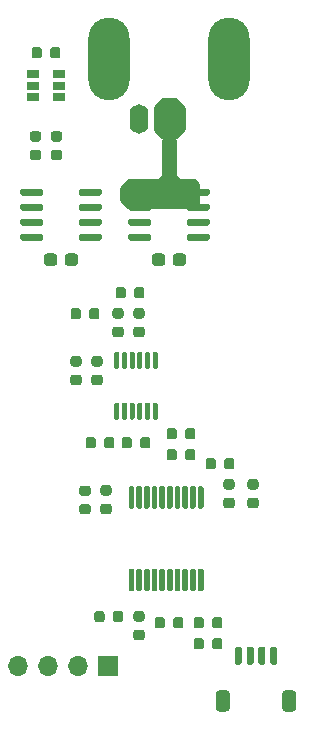
<source format=gts>
%TF.GenerationSoftware,KiCad,Pcbnew,(5.1.10)-1*%
%TF.CreationDate,2021-06-07T23:37:25-05:00*%
%TF.ProjectId,phMeter,70684d65-7465-4722-9e6b-696361645f70,rev?*%
%TF.SameCoordinates,Original*%
%TF.FileFunction,Soldermask,Top*%
%TF.FilePolarity,Negative*%
%FSLAX46Y46*%
G04 Gerber Fmt 4.6, Leading zero omitted, Abs format (unit mm)*
G04 Created by KiCad (PCBNEW (5.1.10)-1) date 2021-06-07 23:37:25*
%MOMM*%
%LPD*%
G01*
G04 APERTURE LIST*
%ADD10R,1.700000X1.700000*%
%ADD11O,1.700000X1.700000*%
%ADD12O,3.500000X7.000000*%
%ADD13O,1.600000X2.500000*%
%ADD14R,1.060000X0.650000*%
%ADD15C,0.254000*%
%ADD16C,0.100000*%
G04 APERTURE END LIST*
D10*
%TO.C,J3*%
X146177000Y-132969000D03*
D11*
X143637000Y-132969000D03*
X141097000Y-132969000D03*
X138557000Y-132969000D03*
%TD*%
D12*
%TO.C,J1*%
X146304000Y-81534000D03*
X156464000Y-81534000D03*
D13*
X151384000Y-86614000D03*
X148844000Y-86614000D03*
%TD*%
%TO.C,C5*%
G36*
G01*
X147732000Y-101089750D02*
X147732000Y-101602250D01*
G75*
G02*
X147513250Y-101821000I-218750J0D01*
G01*
X147075750Y-101821000D01*
G75*
G02*
X146857000Y-101602250I0J218750D01*
G01*
X146857000Y-101089750D01*
G75*
G02*
X147075750Y-100871000I218750J0D01*
G01*
X147513250Y-100871000D01*
G75*
G02*
X147732000Y-101089750I0J-218750D01*
G01*
G37*
G36*
G01*
X149307000Y-101089750D02*
X149307000Y-101602250D01*
G75*
G02*
X149088250Y-101821000I-218750J0D01*
G01*
X148650750Y-101821000D01*
G75*
G02*
X148432000Y-101602250I0J218750D01*
G01*
X148432000Y-101089750D01*
G75*
G02*
X148650750Y-100871000I218750J0D01*
G01*
X149088250Y-100871000D01*
G75*
G02*
X149307000Y-101089750I0J-218750D01*
G01*
G37*
%TD*%
%TO.C,C1*%
G36*
G01*
X146767000Y-113789750D02*
X146767000Y-114302250D01*
G75*
G02*
X146548250Y-114521000I-218750J0D01*
G01*
X146110750Y-114521000D01*
G75*
G02*
X145892000Y-114302250I0J218750D01*
G01*
X145892000Y-113789750D01*
G75*
G02*
X146110750Y-113571000I218750J0D01*
G01*
X146548250Y-113571000D01*
G75*
G02*
X146767000Y-113789750I0J-218750D01*
G01*
G37*
G36*
G01*
X145192000Y-113789750D02*
X145192000Y-114302250D01*
G75*
G02*
X144973250Y-114521000I-218750J0D01*
G01*
X144535750Y-114521000D01*
G75*
G02*
X144317000Y-114302250I0J218750D01*
G01*
X144317000Y-113789750D01*
G75*
G02*
X144535750Y-113571000I218750J0D01*
G01*
X144973250Y-113571000D01*
G75*
G02*
X145192000Y-113789750I0J-218750D01*
G01*
G37*
%TD*%
%TO.C,C2*%
G36*
G01*
X145031750Y-106725000D02*
X145544250Y-106725000D01*
G75*
G02*
X145763000Y-106943750I0J-218750D01*
G01*
X145763000Y-107381250D01*
G75*
G02*
X145544250Y-107600000I-218750J0D01*
G01*
X145031750Y-107600000D01*
G75*
G02*
X144813000Y-107381250I0J218750D01*
G01*
X144813000Y-106943750D01*
G75*
G02*
X145031750Y-106725000I218750J0D01*
G01*
G37*
G36*
G01*
X145031750Y-108300000D02*
X145544250Y-108300000D01*
G75*
G02*
X145763000Y-108518750I0J-218750D01*
G01*
X145763000Y-108956250D01*
G75*
G02*
X145544250Y-109175000I-218750J0D01*
G01*
X145031750Y-109175000D01*
G75*
G02*
X144813000Y-108956250I0J218750D01*
G01*
X144813000Y-108518750D01*
G75*
G02*
X145031750Y-108300000I218750J0D01*
G01*
G37*
%TD*%
%TO.C,C3*%
G36*
G01*
X143253750Y-108300000D02*
X143766250Y-108300000D01*
G75*
G02*
X143985000Y-108518750I0J-218750D01*
G01*
X143985000Y-108956250D01*
G75*
G02*
X143766250Y-109175000I-218750J0D01*
G01*
X143253750Y-109175000D01*
G75*
G02*
X143035000Y-108956250I0J218750D01*
G01*
X143035000Y-108518750D01*
G75*
G02*
X143253750Y-108300000I218750J0D01*
G01*
G37*
G36*
G01*
X143253750Y-106725000D02*
X143766250Y-106725000D01*
G75*
G02*
X143985000Y-106943750I0J-218750D01*
G01*
X143985000Y-107381250D01*
G75*
G02*
X143766250Y-107600000I-218750J0D01*
G01*
X143253750Y-107600000D01*
G75*
G02*
X143035000Y-107381250I0J218750D01*
G01*
X143035000Y-106943750D01*
G75*
G02*
X143253750Y-106725000I218750J0D01*
G01*
G37*
%TD*%
%TO.C,C4*%
G36*
G01*
X148940000Y-114302250D02*
X148940000Y-113789750D01*
G75*
G02*
X149158750Y-113571000I218750J0D01*
G01*
X149596250Y-113571000D01*
G75*
G02*
X149815000Y-113789750I0J-218750D01*
G01*
X149815000Y-114302250D01*
G75*
G02*
X149596250Y-114521000I-218750J0D01*
G01*
X149158750Y-114521000D01*
G75*
G02*
X148940000Y-114302250I0J218750D01*
G01*
G37*
G36*
G01*
X147365000Y-114302250D02*
X147365000Y-113789750D01*
G75*
G02*
X147583750Y-113571000I218750J0D01*
G01*
X148021250Y-113571000D01*
G75*
G02*
X148240000Y-113789750I0J-218750D01*
G01*
X148240000Y-114302250D01*
G75*
G02*
X148021250Y-114521000I-218750J0D01*
G01*
X147583750Y-114521000D01*
G75*
G02*
X147365000Y-114302250I0J218750D01*
G01*
G37*
%TD*%
%TO.C,C8*%
G36*
G01*
X156052000Y-116080250D02*
X156052000Y-115567750D01*
G75*
G02*
X156270750Y-115349000I218750J0D01*
G01*
X156708250Y-115349000D01*
G75*
G02*
X156927000Y-115567750I0J-218750D01*
G01*
X156927000Y-116080250D01*
G75*
G02*
X156708250Y-116299000I-218750J0D01*
G01*
X156270750Y-116299000D01*
G75*
G02*
X156052000Y-116080250I0J218750D01*
G01*
G37*
G36*
G01*
X154477000Y-116080250D02*
X154477000Y-115567750D01*
G75*
G02*
X154695750Y-115349000I218750J0D01*
G01*
X155133250Y-115349000D01*
G75*
G02*
X155352000Y-115567750I0J-218750D01*
G01*
X155352000Y-116080250D01*
G75*
G02*
X155133250Y-116299000I-218750J0D01*
G01*
X154695750Y-116299000D01*
G75*
G02*
X154477000Y-116080250I0J218750D01*
G01*
G37*
%TD*%
%TO.C,C9*%
G36*
G01*
X144528250Y-120122500D02*
X144015750Y-120122500D01*
G75*
G02*
X143797000Y-119903750I0J218750D01*
G01*
X143797000Y-119466250D01*
G75*
G02*
X144015750Y-119247500I218750J0D01*
G01*
X144528250Y-119247500D01*
G75*
G02*
X144747000Y-119466250I0J-218750D01*
G01*
X144747000Y-119903750D01*
G75*
G02*
X144528250Y-120122500I-218750J0D01*
G01*
G37*
G36*
G01*
X144528250Y-118547500D02*
X144015750Y-118547500D01*
G75*
G02*
X143797000Y-118328750I0J218750D01*
G01*
X143797000Y-117891250D01*
G75*
G02*
X144015750Y-117672500I218750J0D01*
G01*
X144528250Y-117672500D01*
G75*
G02*
X144747000Y-117891250I0J-218750D01*
G01*
X144747000Y-118328750D01*
G75*
G02*
X144528250Y-118547500I-218750J0D01*
G01*
G37*
%TD*%
%TO.C,C10*%
G36*
G01*
X146306250Y-118522000D02*
X145793750Y-118522000D01*
G75*
G02*
X145575000Y-118303250I0J218750D01*
G01*
X145575000Y-117865750D01*
G75*
G02*
X145793750Y-117647000I218750J0D01*
G01*
X146306250Y-117647000D01*
G75*
G02*
X146525000Y-117865750I0J-218750D01*
G01*
X146525000Y-118303250D01*
G75*
G02*
X146306250Y-118522000I-218750J0D01*
G01*
G37*
G36*
G01*
X146306250Y-120097000D02*
X145793750Y-120097000D01*
G75*
G02*
X145575000Y-119878250I0J218750D01*
G01*
X145575000Y-119440750D01*
G75*
G02*
X145793750Y-119222000I218750J0D01*
G01*
X146306250Y-119222000D01*
G75*
G02*
X146525000Y-119440750I0J-218750D01*
G01*
X146525000Y-119878250D01*
G75*
G02*
X146306250Y-120097000I-218750J0D01*
G01*
G37*
%TD*%
%TO.C,C11*%
G36*
G01*
X150159000Y-129542250D02*
X150159000Y-129029750D01*
G75*
G02*
X150377750Y-128811000I218750J0D01*
G01*
X150815250Y-128811000D01*
G75*
G02*
X151034000Y-129029750I0J-218750D01*
G01*
X151034000Y-129542250D01*
G75*
G02*
X150815250Y-129761000I-218750J0D01*
G01*
X150377750Y-129761000D01*
G75*
G02*
X150159000Y-129542250I0J218750D01*
G01*
G37*
G36*
G01*
X151734000Y-129542250D02*
X151734000Y-129029750D01*
G75*
G02*
X151952750Y-128811000I218750J0D01*
G01*
X152390250Y-128811000D01*
G75*
G02*
X152609000Y-129029750I0J-218750D01*
G01*
X152609000Y-129542250D01*
G75*
G02*
X152390250Y-129761000I-218750J0D01*
G01*
X151952750Y-129761000D01*
G75*
G02*
X151734000Y-129542250I0J218750D01*
G01*
G37*
%TD*%
%TO.C,C12*%
G36*
G01*
X155036000Y-129542250D02*
X155036000Y-129029750D01*
G75*
G02*
X155254750Y-128811000I218750J0D01*
G01*
X155692250Y-128811000D01*
G75*
G02*
X155911000Y-129029750I0J-218750D01*
G01*
X155911000Y-129542250D01*
G75*
G02*
X155692250Y-129761000I-218750J0D01*
G01*
X155254750Y-129761000D01*
G75*
G02*
X155036000Y-129542250I0J218750D01*
G01*
G37*
G36*
G01*
X153461000Y-129542250D02*
X153461000Y-129029750D01*
G75*
G02*
X153679750Y-128811000I218750J0D01*
G01*
X154117250Y-128811000D01*
G75*
G02*
X154336000Y-129029750I0J-218750D01*
G01*
X154336000Y-129542250D01*
G75*
G02*
X154117250Y-129761000I-218750J0D01*
G01*
X153679750Y-129761000D01*
G75*
G02*
X153461000Y-129542250I0J218750D01*
G01*
G37*
%TD*%
%TO.C,C13*%
G36*
G01*
X153461000Y-131320250D02*
X153461000Y-130807750D01*
G75*
G02*
X153679750Y-130589000I218750J0D01*
G01*
X154117250Y-130589000D01*
G75*
G02*
X154336000Y-130807750I0J-218750D01*
G01*
X154336000Y-131320250D01*
G75*
G02*
X154117250Y-131539000I-218750J0D01*
G01*
X153679750Y-131539000D01*
G75*
G02*
X153461000Y-131320250I0J218750D01*
G01*
G37*
G36*
G01*
X155036000Y-131320250D02*
X155036000Y-130807750D01*
G75*
G02*
X155254750Y-130589000I218750J0D01*
G01*
X155692250Y-130589000D01*
G75*
G02*
X155911000Y-130807750I0J-218750D01*
G01*
X155911000Y-131320250D01*
G75*
G02*
X155692250Y-131539000I-218750J0D01*
G01*
X155254750Y-131539000D01*
G75*
G02*
X155036000Y-131320250I0J218750D01*
G01*
G37*
%TD*%
%TO.C,C15*%
G36*
G01*
X139745000Y-81282250D02*
X139745000Y-80769750D01*
G75*
G02*
X139963750Y-80551000I218750J0D01*
G01*
X140401250Y-80551000D01*
G75*
G02*
X140620000Y-80769750I0J-218750D01*
G01*
X140620000Y-81282250D01*
G75*
G02*
X140401250Y-81501000I-218750J0D01*
G01*
X139963750Y-81501000D01*
G75*
G02*
X139745000Y-81282250I0J218750D01*
G01*
G37*
G36*
G01*
X141320000Y-81282250D02*
X141320000Y-80769750D01*
G75*
G02*
X141538750Y-80551000I218750J0D01*
G01*
X141976250Y-80551000D01*
G75*
G02*
X142195000Y-80769750I0J-218750D01*
G01*
X142195000Y-81282250D01*
G75*
G02*
X141976250Y-81501000I-218750J0D01*
G01*
X141538750Y-81501000D01*
G75*
G02*
X141320000Y-81282250I0J218750D01*
G01*
G37*
%TD*%
%TO.C,J2*%
G36*
G01*
X160550000Y-131455000D02*
X160550000Y-132705000D01*
G75*
G02*
X160400000Y-132855000I-150000J0D01*
G01*
X160100000Y-132855000D01*
G75*
G02*
X159950000Y-132705000I0J150000D01*
G01*
X159950000Y-131455000D01*
G75*
G02*
X160100000Y-131305000I150000J0D01*
G01*
X160400000Y-131305000D01*
G75*
G02*
X160550000Y-131455000I0J-150000D01*
G01*
G37*
G36*
G01*
X159550000Y-131455000D02*
X159550000Y-132705000D01*
G75*
G02*
X159400000Y-132855000I-150000J0D01*
G01*
X159100000Y-132855000D01*
G75*
G02*
X158950000Y-132705000I0J150000D01*
G01*
X158950000Y-131455000D01*
G75*
G02*
X159100000Y-131305000I150000J0D01*
G01*
X159400000Y-131305000D01*
G75*
G02*
X159550000Y-131455000I0J-150000D01*
G01*
G37*
G36*
G01*
X158550000Y-131455000D02*
X158550000Y-132705000D01*
G75*
G02*
X158400000Y-132855000I-150000J0D01*
G01*
X158100000Y-132855000D01*
G75*
G02*
X157950000Y-132705000I0J150000D01*
G01*
X157950000Y-131455000D01*
G75*
G02*
X158100000Y-131305000I150000J0D01*
G01*
X158400000Y-131305000D01*
G75*
G02*
X158550000Y-131455000I0J-150000D01*
G01*
G37*
G36*
G01*
X157550000Y-131455000D02*
X157550000Y-132705000D01*
G75*
G02*
X157400000Y-132855000I-150000J0D01*
G01*
X157100000Y-132855000D01*
G75*
G02*
X156950000Y-132705000I0J150000D01*
G01*
X156950000Y-131455000D01*
G75*
G02*
X157100000Y-131305000I150000J0D01*
G01*
X157400000Y-131305000D01*
G75*
G02*
X157550000Y-131455000I0J-150000D01*
G01*
G37*
G36*
G01*
X162150000Y-135305000D02*
X162150000Y-136505000D01*
G75*
G02*
X161850000Y-136805000I-300000J0D01*
G01*
X161250000Y-136805000D01*
G75*
G02*
X160950000Y-136505000I0J300000D01*
G01*
X160950000Y-135305000D01*
G75*
G02*
X161250000Y-135005000I300000J0D01*
G01*
X161850000Y-135005000D01*
G75*
G02*
X162150000Y-135305000I0J-300000D01*
G01*
G37*
G36*
G01*
X156550000Y-135305000D02*
X156550000Y-136505000D01*
G75*
G02*
X156250000Y-136805000I-300000J0D01*
G01*
X155650000Y-136805000D01*
G75*
G02*
X155350000Y-136505000I0J300000D01*
G01*
X155350000Y-135305000D01*
G75*
G02*
X155650000Y-135005000I300000J0D01*
G01*
X156250000Y-135005000D01*
G75*
G02*
X156550000Y-135305000I0J-300000D01*
G01*
G37*
%TD*%
%TO.C,R1*%
G36*
G01*
X152050000Y-113027750D02*
X152050000Y-113540250D01*
G75*
G02*
X151831250Y-113759000I-218750J0D01*
G01*
X151393750Y-113759000D01*
G75*
G02*
X151175000Y-113540250I0J218750D01*
G01*
X151175000Y-113027750D01*
G75*
G02*
X151393750Y-112809000I218750J0D01*
G01*
X151831250Y-112809000D01*
G75*
G02*
X152050000Y-113027750I0J-218750D01*
G01*
G37*
G36*
G01*
X153625000Y-113027750D02*
X153625000Y-113540250D01*
G75*
G02*
X153406250Y-113759000I-218750J0D01*
G01*
X152968750Y-113759000D01*
G75*
G02*
X152750000Y-113540250I0J218750D01*
G01*
X152750000Y-113027750D01*
G75*
G02*
X152968750Y-112809000I218750J0D01*
G01*
X153406250Y-112809000D01*
G75*
G02*
X153625000Y-113027750I0J-218750D01*
G01*
G37*
%TD*%
%TO.C,R2*%
G36*
G01*
X153625000Y-114805750D02*
X153625000Y-115318250D01*
G75*
G02*
X153406250Y-115537000I-218750J0D01*
G01*
X152968750Y-115537000D01*
G75*
G02*
X152750000Y-115318250I0J218750D01*
G01*
X152750000Y-114805750D01*
G75*
G02*
X152968750Y-114587000I218750J0D01*
G01*
X153406250Y-114587000D01*
G75*
G02*
X153625000Y-114805750I0J-218750D01*
G01*
G37*
G36*
G01*
X152050000Y-114805750D02*
X152050000Y-115318250D01*
G75*
G02*
X151831250Y-115537000I-218750J0D01*
G01*
X151393750Y-115537000D01*
G75*
G02*
X151175000Y-115318250I0J218750D01*
G01*
X151175000Y-114805750D01*
G75*
G02*
X151393750Y-114587000I218750J0D01*
G01*
X151831250Y-114587000D01*
G75*
G02*
X152050000Y-114805750I0J-218750D01*
G01*
G37*
%TD*%
%TO.C,R3*%
G36*
G01*
X149100250Y-105111000D02*
X148587750Y-105111000D01*
G75*
G02*
X148369000Y-104892250I0J218750D01*
G01*
X148369000Y-104454750D01*
G75*
G02*
X148587750Y-104236000I218750J0D01*
G01*
X149100250Y-104236000D01*
G75*
G02*
X149319000Y-104454750I0J-218750D01*
G01*
X149319000Y-104892250D01*
G75*
G02*
X149100250Y-105111000I-218750J0D01*
G01*
G37*
G36*
G01*
X149100250Y-103536000D02*
X148587750Y-103536000D01*
G75*
G02*
X148369000Y-103317250I0J218750D01*
G01*
X148369000Y-102879750D01*
G75*
G02*
X148587750Y-102661000I218750J0D01*
G01*
X149100250Y-102661000D01*
G75*
G02*
X149319000Y-102879750I0J-218750D01*
G01*
X149319000Y-103317250D01*
G75*
G02*
X149100250Y-103536000I-218750J0D01*
G01*
G37*
%TD*%
%TO.C,R5*%
G36*
G01*
X145053500Y-129034250D02*
X145053500Y-128521750D01*
G75*
G02*
X145272250Y-128303000I218750J0D01*
G01*
X145709750Y-128303000D01*
G75*
G02*
X145928500Y-128521750I0J-218750D01*
G01*
X145928500Y-129034250D01*
G75*
G02*
X145709750Y-129253000I-218750J0D01*
G01*
X145272250Y-129253000D01*
G75*
G02*
X145053500Y-129034250I0J218750D01*
G01*
G37*
G36*
G01*
X146628500Y-129034250D02*
X146628500Y-128521750D01*
G75*
G02*
X146847250Y-128303000I218750J0D01*
G01*
X147284750Y-128303000D01*
G75*
G02*
X147503500Y-128521750I0J-218750D01*
G01*
X147503500Y-129034250D01*
G75*
G02*
X147284750Y-129253000I-218750J0D01*
G01*
X146847250Y-129253000D01*
G75*
G02*
X146628500Y-129034250I0J218750D01*
G01*
G37*
%TD*%
%TO.C,R6*%
G36*
G01*
X149100250Y-129190000D02*
X148587750Y-129190000D01*
G75*
G02*
X148369000Y-128971250I0J218750D01*
G01*
X148369000Y-128533750D01*
G75*
G02*
X148587750Y-128315000I218750J0D01*
G01*
X149100250Y-128315000D01*
G75*
G02*
X149319000Y-128533750I0J-218750D01*
G01*
X149319000Y-128971250D01*
G75*
G02*
X149100250Y-129190000I-218750J0D01*
G01*
G37*
G36*
G01*
X149100250Y-130765000D02*
X148587750Y-130765000D01*
G75*
G02*
X148369000Y-130546250I0J218750D01*
G01*
X148369000Y-130108750D01*
G75*
G02*
X148587750Y-129890000I218750J0D01*
G01*
X149100250Y-129890000D01*
G75*
G02*
X149319000Y-130108750I0J-218750D01*
G01*
X149319000Y-130546250D01*
G75*
G02*
X149100250Y-130765000I-218750J0D01*
G01*
G37*
%TD*%
%TO.C,R7*%
G36*
G01*
X156207750Y-117139000D02*
X156720250Y-117139000D01*
G75*
G02*
X156939000Y-117357750I0J-218750D01*
G01*
X156939000Y-117795250D01*
G75*
G02*
X156720250Y-118014000I-218750J0D01*
G01*
X156207750Y-118014000D01*
G75*
G02*
X155989000Y-117795250I0J218750D01*
G01*
X155989000Y-117357750D01*
G75*
G02*
X156207750Y-117139000I218750J0D01*
G01*
G37*
G36*
G01*
X156207750Y-118714000D02*
X156720250Y-118714000D01*
G75*
G02*
X156939000Y-118932750I0J-218750D01*
G01*
X156939000Y-119370250D01*
G75*
G02*
X156720250Y-119589000I-218750J0D01*
G01*
X156207750Y-119589000D01*
G75*
G02*
X155989000Y-119370250I0J218750D01*
G01*
X155989000Y-118932750D01*
G75*
G02*
X156207750Y-118714000I218750J0D01*
G01*
G37*
%TD*%
%TO.C,R8*%
G36*
G01*
X158752250Y-118014000D02*
X158239750Y-118014000D01*
G75*
G02*
X158021000Y-117795250I0J218750D01*
G01*
X158021000Y-117357750D01*
G75*
G02*
X158239750Y-117139000I218750J0D01*
G01*
X158752250Y-117139000D01*
G75*
G02*
X158971000Y-117357750I0J-218750D01*
G01*
X158971000Y-117795250D01*
G75*
G02*
X158752250Y-118014000I-218750J0D01*
G01*
G37*
G36*
G01*
X158752250Y-119589000D02*
X158239750Y-119589000D01*
G75*
G02*
X158021000Y-119370250I0J218750D01*
G01*
X158021000Y-118932750D01*
G75*
G02*
X158239750Y-118714000I218750J0D01*
G01*
X158752250Y-118714000D01*
G75*
G02*
X158971000Y-118932750I0J-218750D01*
G01*
X158971000Y-119370250D01*
G75*
G02*
X158752250Y-119589000I-218750J0D01*
G01*
G37*
%TD*%
%TO.C,U2*%
G36*
G01*
X152884000Y-92987000D02*
X152884000Y-92687000D01*
G75*
G02*
X153034000Y-92537000I150000J0D01*
G01*
X154684000Y-92537000D01*
G75*
G02*
X154834000Y-92687000I0J-150000D01*
G01*
X154834000Y-92987000D01*
G75*
G02*
X154684000Y-93137000I-150000J0D01*
G01*
X153034000Y-93137000D01*
G75*
G02*
X152884000Y-92987000I0J150000D01*
G01*
G37*
G36*
G01*
X152884000Y-94257000D02*
X152884000Y-93957000D01*
G75*
G02*
X153034000Y-93807000I150000J0D01*
G01*
X154684000Y-93807000D01*
G75*
G02*
X154834000Y-93957000I0J-150000D01*
G01*
X154834000Y-94257000D01*
G75*
G02*
X154684000Y-94407000I-150000J0D01*
G01*
X153034000Y-94407000D01*
G75*
G02*
X152884000Y-94257000I0J150000D01*
G01*
G37*
G36*
G01*
X152884000Y-95527000D02*
X152884000Y-95227000D01*
G75*
G02*
X153034000Y-95077000I150000J0D01*
G01*
X154684000Y-95077000D01*
G75*
G02*
X154834000Y-95227000I0J-150000D01*
G01*
X154834000Y-95527000D01*
G75*
G02*
X154684000Y-95677000I-150000J0D01*
G01*
X153034000Y-95677000D01*
G75*
G02*
X152884000Y-95527000I0J150000D01*
G01*
G37*
G36*
G01*
X152884000Y-96797000D02*
X152884000Y-96497000D01*
G75*
G02*
X153034000Y-96347000I150000J0D01*
G01*
X154684000Y-96347000D01*
G75*
G02*
X154834000Y-96497000I0J-150000D01*
G01*
X154834000Y-96797000D01*
G75*
G02*
X154684000Y-96947000I-150000J0D01*
G01*
X153034000Y-96947000D01*
G75*
G02*
X152884000Y-96797000I0J150000D01*
G01*
G37*
G36*
G01*
X147934000Y-96797000D02*
X147934000Y-96497000D01*
G75*
G02*
X148084000Y-96347000I150000J0D01*
G01*
X149734000Y-96347000D01*
G75*
G02*
X149884000Y-96497000I0J-150000D01*
G01*
X149884000Y-96797000D01*
G75*
G02*
X149734000Y-96947000I-150000J0D01*
G01*
X148084000Y-96947000D01*
G75*
G02*
X147934000Y-96797000I0J150000D01*
G01*
G37*
G36*
G01*
X147934000Y-95527000D02*
X147934000Y-95227000D01*
G75*
G02*
X148084000Y-95077000I150000J0D01*
G01*
X149734000Y-95077000D01*
G75*
G02*
X149884000Y-95227000I0J-150000D01*
G01*
X149884000Y-95527000D01*
G75*
G02*
X149734000Y-95677000I-150000J0D01*
G01*
X148084000Y-95677000D01*
G75*
G02*
X147934000Y-95527000I0J150000D01*
G01*
G37*
G36*
G01*
X147934000Y-94257000D02*
X147934000Y-93957000D01*
G75*
G02*
X148084000Y-93807000I150000J0D01*
G01*
X149734000Y-93807000D01*
G75*
G02*
X149884000Y-93957000I0J-150000D01*
G01*
X149884000Y-94257000D01*
G75*
G02*
X149734000Y-94407000I-150000J0D01*
G01*
X148084000Y-94407000D01*
G75*
G02*
X147934000Y-94257000I0J150000D01*
G01*
G37*
G36*
G01*
X147934000Y-92987000D02*
X147934000Y-92687000D01*
G75*
G02*
X148084000Y-92537000I150000J0D01*
G01*
X149734000Y-92537000D01*
G75*
G02*
X149884000Y-92687000I0J-150000D01*
G01*
X149884000Y-92987000D01*
G75*
G02*
X149734000Y-93137000I-150000J0D01*
G01*
X148084000Y-93137000D01*
G75*
G02*
X147934000Y-92987000I0J150000D01*
G01*
G37*
%TD*%
%TO.C,U4*%
G36*
G01*
X138790000Y-92987000D02*
X138790000Y-92687000D01*
G75*
G02*
X138940000Y-92537000I150000J0D01*
G01*
X140590000Y-92537000D01*
G75*
G02*
X140740000Y-92687000I0J-150000D01*
G01*
X140740000Y-92987000D01*
G75*
G02*
X140590000Y-93137000I-150000J0D01*
G01*
X138940000Y-93137000D01*
G75*
G02*
X138790000Y-92987000I0J150000D01*
G01*
G37*
G36*
G01*
X138790000Y-94257000D02*
X138790000Y-93957000D01*
G75*
G02*
X138940000Y-93807000I150000J0D01*
G01*
X140590000Y-93807000D01*
G75*
G02*
X140740000Y-93957000I0J-150000D01*
G01*
X140740000Y-94257000D01*
G75*
G02*
X140590000Y-94407000I-150000J0D01*
G01*
X138940000Y-94407000D01*
G75*
G02*
X138790000Y-94257000I0J150000D01*
G01*
G37*
G36*
G01*
X138790000Y-95527000D02*
X138790000Y-95227000D01*
G75*
G02*
X138940000Y-95077000I150000J0D01*
G01*
X140590000Y-95077000D01*
G75*
G02*
X140740000Y-95227000I0J-150000D01*
G01*
X140740000Y-95527000D01*
G75*
G02*
X140590000Y-95677000I-150000J0D01*
G01*
X138940000Y-95677000D01*
G75*
G02*
X138790000Y-95527000I0J150000D01*
G01*
G37*
G36*
G01*
X138790000Y-96797000D02*
X138790000Y-96497000D01*
G75*
G02*
X138940000Y-96347000I150000J0D01*
G01*
X140590000Y-96347000D01*
G75*
G02*
X140740000Y-96497000I0J-150000D01*
G01*
X140740000Y-96797000D01*
G75*
G02*
X140590000Y-96947000I-150000J0D01*
G01*
X138940000Y-96947000D01*
G75*
G02*
X138790000Y-96797000I0J150000D01*
G01*
G37*
G36*
G01*
X143740000Y-96797000D02*
X143740000Y-96497000D01*
G75*
G02*
X143890000Y-96347000I150000J0D01*
G01*
X145540000Y-96347000D01*
G75*
G02*
X145690000Y-96497000I0J-150000D01*
G01*
X145690000Y-96797000D01*
G75*
G02*
X145540000Y-96947000I-150000J0D01*
G01*
X143890000Y-96947000D01*
G75*
G02*
X143740000Y-96797000I0J150000D01*
G01*
G37*
G36*
G01*
X143740000Y-95527000D02*
X143740000Y-95227000D01*
G75*
G02*
X143890000Y-95077000I150000J0D01*
G01*
X145540000Y-95077000D01*
G75*
G02*
X145690000Y-95227000I0J-150000D01*
G01*
X145690000Y-95527000D01*
G75*
G02*
X145540000Y-95677000I-150000J0D01*
G01*
X143890000Y-95677000D01*
G75*
G02*
X143740000Y-95527000I0J150000D01*
G01*
G37*
G36*
G01*
X143740000Y-94257000D02*
X143740000Y-93957000D01*
G75*
G02*
X143890000Y-93807000I150000J0D01*
G01*
X145540000Y-93807000D01*
G75*
G02*
X145690000Y-93957000I0J-150000D01*
G01*
X145690000Y-94257000D01*
G75*
G02*
X145540000Y-94407000I-150000J0D01*
G01*
X143890000Y-94407000D01*
G75*
G02*
X143740000Y-94257000I0J150000D01*
G01*
G37*
G36*
G01*
X143740000Y-92987000D02*
X143740000Y-92687000D01*
G75*
G02*
X143890000Y-92537000I150000J0D01*
G01*
X145540000Y-92537000D01*
G75*
G02*
X145690000Y-92687000I0J-150000D01*
G01*
X145690000Y-92987000D01*
G75*
G02*
X145540000Y-93137000I-150000J0D01*
G01*
X143890000Y-93137000D01*
G75*
G02*
X143740000Y-92987000I0J150000D01*
G01*
G37*
%TD*%
%TO.C,U3*%
G36*
G01*
X148330000Y-126624000D02*
X148080000Y-126624000D01*
G75*
G02*
X147955000Y-126499000I0J125000D01*
G01*
X147955000Y-124849000D01*
G75*
G02*
X148080000Y-124724000I125000J0D01*
G01*
X148330000Y-124724000D01*
G75*
G02*
X148455000Y-124849000I0J-125000D01*
G01*
X148455000Y-126499000D01*
G75*
G02*
X148330000Y-126624000I-125000J0D01*
G01*
G37*
G36*
G01*
X148980000Y-126624000D02*
X148730000Y-126624000D01*
G75*
G02*
X148605000Y-126499000I0J125000D01*
G01*
X148605000Y-124849000D01*
G75*
G02*
X148730000Y-124724000I125000J0D01*
G01*
X148980000Y-124724000D01*
G75*
G02*
X149105000Y-124849000I0J-125000D01*
G01*
X149105000Y-126499000D01*
G75*
G02*
X148980000Y-126624000I-125000J0D01*
G01*
G37*
G36*
G01*
X149630000Y-126624000D02*
X149380000Y-126624000D01*
G75*
G02*
X149255000Y-126499000I0J125000D01*
G01*
X149255000Y-124849000D01*
G75*
G02*
X149380000Y-124724000I125000J0D01*
G01*
X149630000Y-124724000D01*
G75*
G02*
X149755000Y-124849000I0J-125000D01*
G01*
X149755000Y-126499000D01*
G75*
G02*
X149630000Y-126624000I-125000J0D01*
G01*
G37*
G36*
G01*
X150280000Y-126624000D02*
X150030000Y-126624000D01*
G75*
G02*
X149905000Y-126499000I0J125000D01*
G01*
X149905000Y-124849000D01*
G75*
G02*
X150030000Y-124724000I125000J0D01*
G01*
X150280000Y-124724000D01*
G75*
G02*
X150405000Y-124849000I0J-125000D01*
G01*
X150405000Y-126499000D01*
G75*
G02*
X150280000Y-126624000I-125000J0D01*
G01*
G37*
G36*
G01*
X150930000Y-126624000D02*
X150680000Y-126624000D01*
G75*
G02*
X150555000Y-126499000I0J125000D01*
G01*
X150555000Y-124849000D01*
G75*
G02*
X150680000Y-124724000I125000J0D01*
G01*
X150930000Y-124724000D01*
G75*
G02*
X151055000Y-124849000I0J-125000D01*
G01*
X151055000Y-126499000D01*
G75*
G02*
X150930000Y-126624000I-125000J0D01*
G01*
G37*
G36*
G01*
X151580000Y-126624000D02*
X151330000Y-126624000D01*
G75*
G02*
X151205000Y-126499000I0J125000D01*
G01*
X151205000Y-124849000D01*
G75*
G02*
X151330000Y-124724000I125000J0D01*
G01*
X151580000Y-124724000D01*
G75*
G02*
X151705000Y-124849000I0J-125000D01*
G01*
X151705000Y-126499000D01*
G75*
G02*
X151580000Y-126624000I-125000J0D01*
G01*
G37*
G36*
G01*
X152230000Y-126624000D02*
X151980000Y-126624000D01*
G75*
G02*
X151855000Y-126499000I0J125000D01*
G01*
X151855000Y-124849000D01*
G75*
G02*
X151980000Y-124724000I125000J0D01*
G01*
X152230000Y-124724000D01*
G75*
G02*
X152355000Y-124849000I0J-125000D01*
G01*
X152355000Y-126499000D01*
G75*
G02*
X152230000Y-126624000I-125000J0D01*
G01*
G37*
G36*
G01*
X152880000Y-126624000D02*
X152630000Y-126624000D01*
G75*
G02*
X152505000Y-126499000I0J125000D01*
G01*
X152505000Y-124849000D01*
G75*
G02*
X152630000Y-124724000I125000J0D01*
G01*
X152880000Y-124724000D01*
G75*
G02*
X153005000Y-124849000I0J-125000D01*
G01*
X153005000Y-126499000D01*
G75*
G02*
X152880000Y-126624000I-125000J0D01*
G01*
G37*
G36*
G01*
X153530000Y-126624000D02*
X153280000Y-126624000D01*
G75*
G02*
X153155000Y-126499000I0J125000D01*
G01*
X153155000Y-124849000D01*
G75*
G02*
X153280000Y-124724000I125000J0D01*
G01*
X153530000Y-124724000D01*
G75*
G02*
X153655000Y-124849000I0J-125000D01*
G01*
X153655000Y-126499000D01*
G75*
G02*
X153530000Y-126624000I-125000J0D01*
G01*
G37*
G36*
G01*
X154180000Y-126624000D02*
X153930000Y-126624000D01*
G75*
G02*
X153805000Y-126499000I0J125000D01*
G01*
X153805000Y-124849000D01*
G75*
G02*
X153930000Y-124724000I125000J0D01*
G01*
X154180000Y-124724000D01*
G75*
G02*
X154305000Y-124849000I0J-125000D01*
G01*
X154305000Y-126499000D01*
G75*
G02*
X154180000Y-126624000I-125000J0D01*
G01*
G37*
G36*
G01*
X154180000Y-119624000D02*
X153930000Y-119624000D01*
G75*
G02*
X153805000Y-119499000I0J125000D01*
G01*
X153805000Y-117849000D01*
G75*
G02*
X153930000Y-117724000I125000J0D01*
G01*
X154180000Y-117724000D01*
G75*
G02*
X154305000Y-117849000I0J-125000D01*
G01*
X154305000Y-119499000D01*
G75*
G02*
X154180000Y-119624000I-125000J0D01*
G01*
G37*
G36*
G01*
X153530000Y-119624000D02*
X153280000Y-119624000D01*
G75*
G02*
X153155000Y-119499000I0J125000D01*
G01*
X153155000Y-117849000D01*
G75*
G02*
X153280000Y-117724000I125000J0D01*
G01*
X153530000Y-117724000D01*
G75*
G02*
X153655000Y-117849000I0J-125000D01*
G01*
X153655000Y-119499000D01*
G75*
G02*
X153530000Y-119624000I-125000J0D01*
G01*
G37*
G36*
G01*
X152880000Y-119624000D02*
X152630000Y-119624000D01*
G75*
G02*
X152505000Y-119499000I0J125000D01*
G01*
X152505000Y-117849000D01*
G75*
G02*
X152630000Y-117724000I125000J0D01*
G01*
X152880000Y-117724000D01*
G75*
G02*
X153005000Y-117849000I0J-125000D01*
G01*
X153005000Y-119499000D01*
G75*
G02*
X152880000Y-119624000I-125000J0D01*
G01*
G37*
G36*
G01*
X152230000Y-119624000D02*
X151980000Y-119624000D01*
G75*
G02*
X151855000Y-119499000I0J125000D01*
G01*
X151855000Y-117849000D01*
G75*
G02*
X151980000Y-117724000I125000J0D01*
G01*
X152230000Y-117724000D01*
G75*
G02*
X152355000Y-117849000I0J-125000D01*
G01*
X152355000Y-119499000D01*
G75*
G02*
X152230000Y-119624000I-125000J0D01*
G01*
G37*
G36*
G01*
X151580000Y-119624000D02*
X151330000Y-119624000D01*
G75*
G02*
X151205000Y-119499000I0J125000D01*
G01*
X151205000Y-117849000D01*
G75*
G02*
X151330000Y-117724000I125000J0D01*
G01*
X151580000Y-117724000D01*
G75*
G02*
X151705000Y-117849000I0J-125000D01*
G01*
X151705000Y-119499000D01*
G75*
G02*
X151580000Y-119624000I-125000J0D01*
G01*
G37*
G36*
G01*
X150930000Y-119624000D02*
X150680000Y-119624000D01*
G75*
G02*
X150555000Y-119499000I0J125000D01*
G01*
X150555000Y-117849000D01*
G75*
G02*
X150680000Y-117724000I125000J0D01*
G01*
X150930000Y-117724000D01*
G75*
G02*
X151055000Y-117849000I0J-125000D01*
G01*
X151055000Y-119499000D01*
G75*
G02*
X150930000Y-119624000I-125000J0D01*
G01*
G37*
G36*
G01*
X150280000Y-119624000D02*
X150030000Y-119624000D01*
G75*
G02*
X149905000Y-119499000I0J125000D01*
G01*
X149905000Y-117849000D01*
G75*
G02*
X150030000Y-117724000I125000J0D01*
G01*
X150280000Y-117724000D01*
G75*
G02*
X150405000Y-117849000I0J-125000D01*
G01*
X150405000Y-119499000D01*
G75*
G02*
X150280000Y-119624000I-125000J0D01*
G01*
G37*
G36*
G01*
X149630000Y-119624000D02*
X149380000Y-119624000D01*
G75*
G02*
X149255000Y-119499000I0J125000D01*
G01*
X149255000Y-117849000D01*
G75*
G02*
X149380000Y-117724000I125000J0D01*
G01*
X149630000Y-117724000D01*
G75*
G02*
X149755000Y-117849000I0J-125000D01*
G01*
X149755000Y-119499000D01*
G75*
G02*
X149630000Y-119624000I-125000J0D01*
G01*
G37*
G36*
G01*
X148980000Y-119624000D02*
X148730000Y-119624000D01*
G75*
G02*
X148605000Y-119499000I0J125000D01*
G01*
X148605000Y-117849000D01*
G75*
G02*
X148730000Y-117724000I125000J0D01*
G01*
X148980000Y-117724000D01*
G75*
G02*
X149105000Y-117849000I0J-125000D01*
G01*
X149105000Y-119499000D01*
G75*
G02*
X148980000Y-119624000I-125000J0D01*
G01*
G37*
G36*
G01*
X148330000Y-119624000D02*
X148080000Y-119624000D01*
G75*
G02*
X147955000Y-119499000I0J125000D01*
G01*
X147955000Y-117849000D01*
G75*
G02*
X148080000Y-117724000I125000J0D01*
G01*
X148330000Y-117724000D01*
G75*
G02*
X148455000Y-117849000I0J-125000D01*
G01*
X148455000Y-119499000D01*
G75*
G02*
X148330000Y-119624000I-125000J0D01*
G01*
G37*
%TD*%
D14*
%TO.C,U5*%
X142070000Y-84770000D03*
X142070000Y-83820000D03*
X142070000Y-82870000D03*
X139870000Y-82870000D03*
X139870000Y-84770000D03*
X139870000Y-83820000D03*
%TD*%
%TO.C,C6*%
G36*
G01*
X145497000Y-102867750D02*
X145497000Y-103380250D01*
G75*
G02*
X145278250Y-103599000I-218750J0D01*
G01*
X144840750Y-103599000D01*
G75*
G02*
X144622000Y-103380250I0J218750D01*
G01*
X144622000Y-102867750D01*
G75*
G02*
X144840750Y-102649000I218750J0D01*
G01*
X145278250Y-102649000D01*
G75*
G02*
X145497000Y-102867750I0J-218750D01*
G01*
G37*
G36*
G01*
X143922000Y-102867750D02*
X143922000Y-103380250D01*
G75*
G02*
X143703250Y-103599000I-218750J0D01*
G01*
X143265750Y-103599000D01*
G75*
G02*
X143047000Y-103380250I0J218750D01*
G01*
X143047000Y-102867750D01*
G75*
G02*
X143265750Y-102649000I218750J0D01*
G01*
X143703250Y-102649000D01*
G75*
G02*
X143922000Y-102867750I0J-218750D01*
G01*
G37*
%TD*%
%TO.C,C7*%
G36*
G01*
X151059000Y-98276999D02*
X151059000Y-98827001D01*
G75*
G02*
X150809001Y-99077000I-249999J0D01*
G01*
X150183999Y-99077000D01*
G75*
G02*
X149934000Y-98827001I0J249999D01*
G01*
X149934000Y-98276999D01*
G75*
G02*
X150183999Y-98027000I249999J0D01*
G01*
X150809001Y-98027000D01*
G75*
G02*
X151059000Y-98276999I0J-249999D01*
G01*
G37*
G36*
G01*
X152834000Y-98276999D02*
X152834000Y-98827001D01*
G75*
G02*
X152584001Y-99077000I-249999J0D01*
G01*
X151958999Y-99077000D01*
G75*
G02*
X151709000Y-98827001I0J249999D01*
G01*
X151709000Y-98276999D01*
G75*
G02*
X151958999Y-98027000I249999J0D01*
G01*
X152584001Y-98027000D01*
G75*
G02*
X152834000Y-98276999I0J-249999D01*
G01*
G37*
%TD*%
%TO.C,C14*%
G36*
G01*
X143690000Y-98276999D02*
X143690000Y-98827001D01*
G75*
G02*
X143440001Y-99077000I-249999J0D01*
G01*
X142814999Y-99077000D01*
G75*
G02*
X142565000Y-98827001I0J249999D01*
G01*
X142565000Y-98276999D01*
G75*
G02*
X142814999Y-98027000I249999J0D01*
G01*
X143440001Y-98027000D01*
G75*
G02*
X143690000Y-98276999I0J-249999D01*
G01*
G37*
G36*
G01*
X141915000Y-98276999D02*
X141915000Y-98827001D01*
G75*
G02*
X141665001Y-99077000I-249999J0D01*
G01*
X141039999Y-99077000D01*
G75*
G02*
X140790000Y-98827001I0J249999D01*
G01*
X140790000Y-98276999D01*
G75*
G02*
X141039999Y-98027000I249999J0D01*
G01*
X141665001Y-98027000D01*
G75*
G02*
X141915000Y-98276999I0J-249999D01*
G01*
G37*
%TD*%
%TO.C,R4*%
G36*
G01*
X147322250Y-105111000D02*
X146809750Y-105111000D01*
G75*
G02*
X146591000Y-104892250I0J218750D01*
G01*
X146591000Y-104454750D01*
G75*
G02*
X146809750Y-104236000I218750J0D01*
G01*
X147322250Y-104236000D01*
G75*
G02*
X147541000Y-104454750I0J-218750D01*
G01*
X147541000Y-104892250D01*
G75*
G02*
X147322250Y-105111000I-218750J0D01*
G01*
G37*
G36*
G01*
X147322250Y-103536000D02*
X146809750Y-103536000D01*
G75*
G02*
X146591000Y-103317250I0J218750D01*
G01*
X146591000Y-102879750D01*
G75*
G02*
X146809750Y-102661000I218750J0D01*
G01*
X147322250Y-102661000D01*
G75*
G02*
X147541000Y-102879750I0J-218750D01*
G01*
X147541000Y-103317250D01*
G75*
G02*
X147322250Y-103536000I-218750J0D01*
G01*
G37*
%TD*%
%TO.C,R9*%
G36*
G01*
X141602750Y-87675000D02*
X142115250Y-87675000D01*
G75*
G02*
X142334000Y-87893750I0J-218750D01*
G01*
X142334000Y-88331250D01*
G75*
G02*
X142115250Y-88550000I-218750J0D01*
G01*
X141602750Y-88550000D01*
G75*
G02*
X141384000Y-88331250I0J218750D01*
G01*
X141384000Y-87893750D01*
G75*
G02*
X141602750Y-87675000I218750J0D01*
G01*
G37*
G36*
G01*
X141602750Y-89250000D02*
X142115250Y-89250000D01*
G75*
G02*
X142334000Y-89468750I0J-218750D01*
G01*
X142334000Y-89906250D01*
G75*
G02*
X142115250Y-90125000I-218750J0D01*
G01*
X141602750Y-90125000D01*
G75*
G02*
X141384000Y-89906250I0J218750D01*
G01*
X141384000Y-89468750D01*
G75*
G02*
X141602750Y-89250000I218750J0D01*
G01*
G37*
%TD*%
%TO.C,R10*%
G36*
G01*
X140337250Y-88550000D02*
X139824750Y-88550000D01*
G75*
G02*
X139606000Y-88331250I0J218750D01*
G01*
X139606000Y-87893750D01*
G75*
G02*
X139824750Y-87675000I218750J0D01*
G01*
X140337250Y-87675000D01*
G75*
G02*
X140556000Y-87893750I0J-218750D01*
G01*
X140556000Y-88331250D01*
G75*
G02*
X140337250Y-88550000I-218750J0D01*
G01*
G37*
G36*
G01*
X140337250Y-90125000D02*
X139824750Y-90125000D01*
G75*
G02*
X139606000Y-89906250I0J218750D01*
G01*
X139606000Y-89468750D01*
G75*
G02*
X139824750Y-89250000I218750J0D01*
G01*
X140337250Y-89250000D01*
G75*
G02*
X140556000Y-89468750I0J-218750D01*
G01*
X140556000Y-89906250D01*
G75*
G02*
X140337250Y-90125000I-218750J0D01*
G01*
G37*
%TD*%
%TO.C,U1*%
G36*
G01*
X147065000Y-112095000D02*
X146865000Y-112095000D01*
G75*
G02*
X146765000Y-111995000I0J100000D01*
G01*
X146765000Y-110745000D01*
G75*
G02*
X146865000Y-110645000I100000J0D01*
G01*
X147065000Y-110645000D01*
G75*
G02*
X147165000Y-110745000I0J-100000D01*
G01*
X147165000Y-111995000D01*
G75*
G02*
X147065000Y-112095000I-100000J0D01*
G01*
G37*
G36*
G01*
X147715000Y-112095000D02*
X147515000Y-112095000D01*
G75*
G02*
X147415000Y-111995000I0J100000D01*
G01*
X147415000Y-110745000D01*
G75*
G02*
X147515000Y-110645000I100000J0D01*
G01*
X147715000Y-110645000D01*
G75*
G02*
X147815000Y-110745000I0J-100000D01*
G01*
X147815000Y-111995000D01*
G75*
G02*
X147715000Y-112095000I-100000J0D01*
G01*
G37*
G36*
G01*
X148365000Y-112095000D02*
X148165000Y-112095000D01*
G75*
G02*
X148065000Y-111995000I0J100000D01*
G01*
X148065000Y-110745000D01*
G75*
G02*
X148165000Y-110645000I100000J0D01*
G01*
X148365000Y-110645000D01*
G75*
G02*
X148465000Y-110745000I0J-100000D01*
G01*
X148465000Y-111995000D01*
G75*
G02*
X148365000Y-112095000I-100000J0D01*
G01*
G37*
G36*
G01*
X149015000Y-112095000D02*
X148815000Y-112095000D01*
G75*
G02*
X148715000Y-111995000I0J100000D01*
G01*
X148715000Y-110745000D01*
G75*
G02*
X148815000Y-110645000I100000J0D01*
G01*
X149015000Y-110645000D01*
G75*
G02*
X149115000Y-110745000I0J-100000D01*
G01*
X149115000Y-111995000D01*
G75*
G02*
X149015000Y-112095000I-100000J0D01*
G01*
G37*
G36*
G01*
X149665000Y-112095000D02*
X149465000Y-112095000D01*
G75*
G02*
X149365000Y-111995000I0J100000D01*
G01*
X149365000Y-110745000D01*
G75*
G02*
X149465000Y-110645000I100000J0D01*
G01*
X149665000Y-110645000D01*
G75*
G02*
X149765000Y-110745000I0J-100000D01*
G01*
X149765000Y-111995000D01*
G75*
G02*
X149665000Y-112095000I-100000J0D01*
G01*
G37*
G36*
G01*
X150315000Y-112095000D02*
X150115000Y-112095000D01*
G75*
G02*
X150015000Y-111995000I0J100000D01*
G01*
X150015000Y-110745000D01*
G75*
G02*
X150115000Y-110645000I100000J0D01*
G01*
X150315000Y-110645000D01*
G75*
G02*
X150415000Y-110745000I0J-100000D01*
G01*
X150415000Y-111995000D01*
G75*
G02*
X150315000Y-112095000I-100000J0D01*
G01*
G37*
G36*
G01*
X150315000Y-107795000D02*
X150115000Y-107795000D01*
G75*
G02*
X150015000Y-107695000I0J100000D01*
G01*
X150015000Y-106445000D01*
G75*
G02*
X150115000Y-106345000I100000J0D01*
G01*
X150315000Y-106345000D01*
G75*
G02*
X150415000Y-106445000I0J-100000D01*
G01*
X150415000Y-107695000D01*
G75*
G02*
X150315000Y-107795000I-100000J0D01*
G01*
G37*
G36*
G01*
X149665000Y-107795000D02*
X149465000Y-107795000D01*
G75*
G02*
X149365000Y-107695000I0J100000D01*
G01*
X149365000Y-106445000D01*
G75*
G02*
X149465000Y-106345000I100000J0D01*
G01*
X149665000Y-106345000D01*
G75*
G02*
X149765000Y-106445000I0J-100000D01*
G01*
X149765000Y-107695000D01*
G75*
G02*
X149665000Y-107795000I-100000J0D01*
G01*
G37*
G36*
G01*
X149015000Y-107795000D02*
X148815000Y-107795000D01*
G75*
G02*
X148715000Y-107695000I0J100000D01*
G01*
X148715000Y-106445000D01*
G75*
G02*
X148815000Y-106345000I100000J0D01*
G01*
X149015000Y-106345000D01*
G75*
G02*
X149115000Y-106445000I0J-100000D01*
G01*
X149115000Y-107695000D01*
G75*
G02*
X149015000Y-107795000I-100000J0D01*
G01*
G37*
G36*
G01*
X148365000Y-107795000D02*
X148165000Y-107795000D01*
G75*
G02*
X148065000Y-107695000I0J100000D01*
G01*
X148065000Y-106445000D01*
G75*
G02*
X148165000Y-106345000I100000J0D01*
G01*
X148365000Y-106345000D01*
G75*
G02*
X148465000Y-106445000I0J-100000D01*
G01*
X148465000Y-107695000D01*
G75*
G02*
X148365000Y-107795000I-100000J0D01*
G01*
G37*
G36*
G01*
X147715000Y-107795000D02*
X147515000Y-107795000D01*
G75*
G02*
X147415000Y-107695000I0J100000D01*
G01*
X147415000Y-106445000D01*
G75*
G02*
X147515000Y-106345000I100000J0D01*
G01*
X147715000Y-106345000D01*
G75*
G02*
X147815000Y-106445000I0J-100000D01*
G01*
X147815000Y-107695000D01*
G75*
G02*
X147715000Y-107795000I-100000J0D01*
G01*
G37*
G36*
G01*
X147065000Y-107795000D02*
X146865000Y-107795000D01*
G75*
G02*
X146765000Y-107695000I0J100000D01*
G01*
X146765000Y-106445000D01*
G75*
G02*
X146865000Y-106345000I100000J0D01*
G01*
X147065000Y-106345000D01*
G75*
G02*
X147165000Y-106445000I0J-100000D01*
G01*
X147165000Y-107695000D01*
G75*
G02*
X147065000Y-107795000I-100000J0D01*
G01*
G37*
%TD*%
D15*
X152654000Y-85726806D02*
X152654000Y-87501194D01*
X151966394Y-88188800D01*
X150800207Y-88188800D01*
X150190200Y-87601386D01*
X150190200Y-85626471D01*
X150876549Y-84963000D01*
X151890194Y-84963000D01*
X152654000Y-85726806D01*
D16*
G36*
X152654000Y-85726806D02*
G01*
X152654000Y-87501194D01*
X151966394Y-88188800D01*
X150800207Y-88188800D01*
X150190200Y-87601386D01*
X150190200Y-85626471D01*
X150876549Y-84963000D01*
X151890194Y-84963000D01*
X152654000Y-85726806D01*
G37*
D15*
X151892000Y-91389200D02*
X151894440Y-91413976D01*
X151901667Y-91437801D01*
X151913403Y-91459757D01*
X151929197Y-91479003D01*
X152233997Y-91783803D01*
X152253243Y-91799597D01*
X152275199Y-91811333D01*
X152299024Y-91818560D01*
X152323800Y-91821000D01*
X153541194Y-91821000D01*
X153873200Y-92153006D01*
X153873200Y-94107000D01*
X147931406Y-94107000D01*
X147320000Y-93495594D01*
X147320000Y-92457806D01*
X147956806Y-91821000D01*
X150444200Y-91821000D01*
X150468976Y-91818560D01*
X150492801Y-91811333D01*
X150514757Y-91799597D01*
X150534003Y-91783803D01*
X150838803Y-91479003D01*
X150854597Y-91459757D01*
X150866333Y-91437801D01*
X150873560Y-91413976D01*
X150876000Y-91389200D01*
X150876000Y-88442800D01*
X151892000Y-88442800D01*
X151892000Y-91389200D01*
D16*
G36*
X151892000Y-91389200D02*
G01*
X151894440Y-91413976D01*
X151901667Y-91437801D01*
X151913403Y-91459757D01*
X151929197Y-91479003D01*
X152233997Y-91783803D01*
X152253243Y-91799597D01*
X152275199Y-91811333D01*
X152299024Y-91818560D01*
X152323800Y-91821000D01*
X153541194Y-91821000D01*
X153873200Y-92153006D01*
X153873200Y-94107000D01*
X147931406Y-94107000D01*
X147320000Y-93495594D01*
X147320000Y-92457806D01*
X147956806Y-91821000D01*
X150444200Y-91821000D01*
X150468976Y-91818560D01*
X150492801Y-91811333D01*
X150514757Y-91799597D01*
X150534003Y-91783803D01*
X150838803Y-91479003D01*
X150854597Y-91459757D01*
X150866333Y-91437801D01*
X150873560Y-91413976D01*
X150876000Y-91389200D01*
X150876000Y-88442800D01*
X151892000Y-88442800D01*
X151892000Y-91389200D01*
G37*
M02*

</source>
